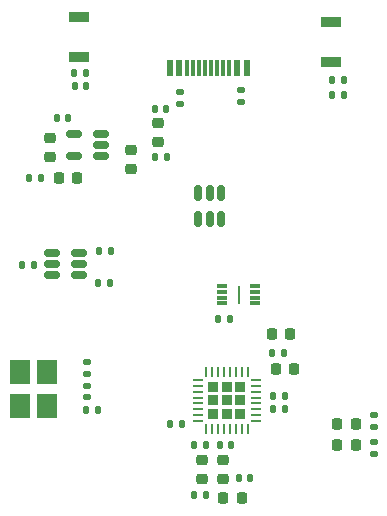
<source format=gbr>
%TF.GenerationSoftware,KiCad,Pcbnew,(6.0.7-1)-1*%
%TF.CreationDate,2023-05-14T20:29:57-05:00*%
%TF.ProjectId,ESP32-C3,45535033-322d-4433-932e-6b696361645f,1.0*%
%TF.SameCoordinates,Original*%
%TF.FileFunction,Paste,Top*%
%TF.FilePolarity,Positive*%
%FSLAX46Y46*%
G04 Gerber Fmt 4.6, Leading zero omitted, Abs format (unit mm)*
G04 Created by KiCad (PCBNEW (6.0.7-1)-1) date 2023-05-14 20:29:57*
%MOMM*%
%LPD*%
G01*
G04 APERTURE LIST*
G04 Aperture macros list*
%AMRoundRect*
0 Rectangle with rounded corners*
0 $1 Rounding radius*
0 $2 $3 $4 $5 $6 $7 $8 $9 X,Y pos of 4 corners*
0 Add a 4 corners polygon primitive as box body*
4,1,4,$2,$3,$4,$5,$6,$7,$8,$9,$2,$3,0*
0 Add four circle primitives for the rounded corners*
1,1,$1+$1,$2,$3*
1,1,$1+$1,$4,$5*
1,1,$1+$1,$6,$7*
1,1,$1+$1,$8,$9*
0 Add four rect primitives between the rounded corners*
20,1,$1+$1,$2,$3,$4,$5,0*
20,1,$1+$1,$4,$5,$6,$7,0*
20,1,$1+$1,$6,$7,$8,$9,0*
20,1,$1+$1,$8,$9,$2,$3,0*%
G04 Aperture macros list end*
%ADD10RoundRect,0.140000X0.140000X0.170000X-0.140000X0.170000X-0.140000X-0.170000X0.140000X-0.170000X0*%
%ADD11RoundRect,0.135000X0.135000X0.185000X-0.135000X0.185000X-0.135000X-0.185000X0.135000X-0.185000X0*%
%ADD12RoundRect,0.135000X-0.135000X-0.185000X0.135000X-0.185000X0.135000X0.185000X-0.135000X0.185000X0*%
%ADD13RoundRect,0.225000X0.225000X0.250000X-0.225000X0.250000X-0.225000X-0.250000X0.225000X-0.250000X0*%
%ADD14RoundRect,0.135000X0.185000X-0.135000X0.185000X0.135000X-0.185000X0.135000X-0.185000X-0.135000X0*%
%ADD15RoundRect,0.140000X-0.140000X-0.170000X0.140000X-0.170000X0.140000X0.170000X-0.140000X0.170000X0*%
%ADD16RoundRect,0.225000X0.250000X-0.225000X0.250000X0.225000X-0.250000X0.225000X-0.250000X-0.225000X0*%
%ADD17R,0.900000X0.300000*%
%ADD18R,0.250000X1.650000*%
%ADD19RoundRect,0.150000X0.512500X0.150000X-0.512500X0.150000X-0.512500X-0.150000X0.512500X-0.150000X0*%
%ADD20RoundRect,0.218750X0.256250X-0.218750X0.256250X0.218750X-0.256250X0.218750X-0.256250X-0.218750X0*%
%ADD21RoundRect,0.218750X0.218750X0.256250X-0.218750X0.256250X-0.218750X-0.256250X0.218750X-0.256250X0*%
%ADD22RoundRect,0.135000X-0.185000X0.135000X-0.185000X-0.135000X0.185000X-0.135000X0.185000X0.135000X0*%
%ADD23R,0.600000X1.450000*%
%ADD24R,0.300000X1.450000*%
%ADD25R,1.700000X0.900000*%
%ADD26RoundRect,0.218750X-0.256250X0.218750X-0.256250X-0.218750X0.256250X-0.218750X0.256250X0.218750X0*%
%ADD27RoundRect,0.232500X0.232500X-0.232500X0.232500X0.232500X-0.232500X0.232500X-0.232500X-0.232500X0*%
%ADD28RoundRect,0.062500X0.062500X-0.375000X0.062500X0.375000X-0.062500X0.375000X-0.062500X-0.375000X0*%
%ADD29RoundRect,0.062500X0.375000X-0.062500X0.375000X0.062500X-0.375000X0.062500X-0.375000X-0.062500X0*%
%ADD30RoundRect,0.218750X-0.218750X-0.256250X0.218750X-0.256250X0.218750X0.256250X-0.218750X0.256250X0*%
%ADD31RoundRect,0.140000X0.170000X-0.140000X0.170000X0.140000X-0.170000X0.140000X-0.170000X-0.140000X0*%
%ADD32RoundRect,0.140000X-0.170000X0.140000X-0.170000X-0.140000X0.170000X-0.140000X0.170000X0.140000X0*%
%ADD33R,1.800000X2.100000*%
%ADD34RoundRect,0.225000X-0.225000X-0.250000X0.225000X-0.250000X0.225000X0.250000X-0.225000X0.250000X0*%
%ADD35RoundRect,0.225000X-0.250000X0.225000X-0.250000X-0.225000X0.250000X-0.225000X0.250000X0.225000X0*%
%ADD36RoundRect,0.150000X0.150000X-0.512500X0.150000X0.512500X-0.150000X0.512500X-0.150000X-0.512500X0*%
G04 APERTURE END LIST*
D10*
%TO.C,C7*%
X138286400Y-70233200D03*
X137326400Y-70233200D03*
%TD*%
D11*
%TO.C,R5*%
X140377600Y-84142800D03*
X139357600Y-84142800D03*
%TD*%
D12*
%TO.C,R3*%
X137296400Y-69064800D03*
X138316400Y-69064800D03*
%TD*%
D13*
%TO.C,C14*%
X155548600Y-91162800D03*
X153998600Y-91162800D03*
%TD*%
D14*
%TO.C,R7*%
X162698400Y-99087600D03*
X162698400Y-98067600D03*
%TD*%
D15*
%TO.C,C9*%
X149587600Y-100592800D03*
X150547600Y-100592800D03*
%TD*%
D16*
%TO.C,C15*%
X135235600Y-76189800D03*
X135235600Y-74639800D03*
%TD*%
D14*
%TO.C,R10*%
X146239200Y-71759200D03*
X146239200Y-70739200D03*
%TD*%
D17*
%TO.C,IC1*%
X152617600Y-88610800D03*
X152617600Y-88110800D03*
X152617600Y-87610800D03*
X152617600Y-87110800D03*
X149817600Y-87110800D03*
X149817600Y-87610800D03*
X149817600Y-88110800D03*
X149817600Y-88610800D03*
D18*
X151217600Y-87860800D03*
%TD*%
D11*
%TO.C,R1*%
X155160873Y-96428091D03*
X154140873Y-96428091D03*
%TD*%
D19*
%TO.C,U4*%
X139542600Y-76162800D03*
X139542600Y-75212800D03*
X139542600Y-74262800D03*
X137267600Y-74262800D03*
X137267600Y-76162800D03*
%TD*%
D20*
%TO.C,L3*%
X144359600Y-74932300D03*
X144359600Y-73357300D03*
%TD*%
D10*
%TO.C,C5*%
X146363600Y-98782800D03*
X145403600Y-98782800D03*
%TD*%
D21*
%TO.C,A*%
X161123600Y-100611600D03*
X159548600Y-100611600D03*
%TD*%
D15*
%TO.C,C19*%
X144133600Y-76176800D03*
X145093600Y-76176800D03*
%TD*%
D22*
%TO.C,R6*%
X162698400Y-100304800D03*
X162698400Y-101324800D03*
%TD*%
D23*
%TO.C,J2*%
X151867600Y-68687800D03*
X151067600Y-68687800D03*
D24*
X149867600Y-68687800D03*
X148867600Y-68687800D03*
X148367600Y-68687800D03*
X147367600Y-68687800D03*
D23*
X146167600Y-68687800D03*
X145367600Y-68687800D03*
X145367600Y-68687800D03*
X146167600Y-68687800D03*
D24*
X146867600Y-68687800D03*
X147867600Y-68687800D03*
X149367600Y-68687800D03*
X150367600Y-68687800D03*
D23*
X151067600Y-68687800D03*
X151867600Y-68687800D03*
%TD*%
D10*
%TO.C,C16*%
X136739600Y-72874800D03*
X135779600Y-72874800D03*
%TD*%
D15*
%TO.C,C17*%
X149467600Y-89892800D03*
X150427600Y-89892800D03*
%TD*%
D19*
%TO.C,U1*%
X137651100Y-86245400D03*
X137651100Y-85295400D03*
X137651100Y-84345400D03*
X135376100Y-84345400D03*
X135376100Y-85295400D03*
X135376100Y-86245400D03*
%TD*%
D25*
%TO.C,SW2*%
X158990000Y-68174000D03*
X158990000Y-64774000D03*
%TD*%
D26*
%TO.C,L1*%
X149867600Y-101892800D03*
X149867600Y-103467800D03*
%TD*%
D27*
%TO.C,U2*%
X149049000Y-96827000D03*
X151349000Y-97977000D03*
X150199000Y-97977000D03*
X150199000Y-95677000D03*
X149049000Y-95677000D03*
X151349000Y-96827000D03*
X150199000Y-96827000D03*
X149049000Y-97977000D03*
X151349000Y-95677000D03*
D28*
X148449000Y-99264500D03*
X148949000Y-99264500D03*
X149449000Y-99264500D03*
X149949000Y-99264500D03*
X150449000Y-99264500D03*
X150949000Y-99264500D03*
X151449000Y-99264500D03*
X151949000Y-99264500D03*
D29*
X152636500Y-98577000D03*
X152636500Y-98077000D03*
X152636500Y-97577000D03*
X152636500Y-97077000D03*
X152636500Y-96577000D03*
X152636500Y-96077000D03*
X152636500Y-95577000D03*
X152636500Y-95077000D03*
D28*
X151949000Y-94389500D03*
X151449000Y-94389500D03*
X150949000Y-94389500D03*
X150449000Y-94389500D03*
X149949000Y-94389500D03*
X149449000Y-94389500D03*
X148949000Y-94389500D03*
X148449000Y-94389500D03*
D29*
X147761500Y-95077000D03*
X147761500Y-95577000D03*
X147761500Y-96077000D03*
X147761500Y-96577000D03*
X147761500Y-97077000D03*
X147761500Y-97577000D03*
X147761500Y-98077000D03*
X147761500Y-98577000D03*
%TD*%
D15*
%TO.C,C21*%
X159119600Y-70944400D03*
X160079600Y-70944400D03*
%TD*%
D12*
%TO.C,R2*%
X138312400Y-97665200D03*
X139332400Y-97665200D03*
%TD*%
D15*
%TO.C,C10*%
X151187600Y-103354800D03*
X152147600Y-103354800D03*
%TD*%
D14*
%TO.C,R11*%
X151420800Y-70536000D03*
X151420800Y-71556000D03*
%TD*%
D26*
%TO.C,L2*%
X148065400Y-101907000D03*
X148065400Y-103482000D03*
%TD*%
D25*
%TO.C,SW1*%
X137654000Y-64367600D03*
X137654000Y-67767600D03*
%TD*%
D30*
%TO.C,D3*%
X135952100Y-77954800D03*
X137527100Y-77954800D03*
%TD*%
D12*
%TO.C,R4*%
X139277600Y-86844800D03*
X140297600Y-86844800D03*
%TD*%
%TO.C,R8*%
X159087600Y-69725200D03*
X160107600Y-69725200D03*
%TD*%
D31*
%TO.C,C6*%
X138367600Y-94563800D03*
X138367600Y-93603800D03*
%TD*%
D32*
%TO.C,C4*%
X138365200Y-95585000D03*
X138365200Y-96545000D03*
%TD*%
D10*
%TO.C,C13*%
X148395600Y-104828000D03*
X147435600Y-104828000D03*
%TD*%
%TO.C,C11*%
X148393000Y-100637000D03*
X147433000Y-100637000D03*
%TD*%
D15*
%TO.C,C2*%
X154137600Y-97563600D03*
X155097600Y-97563600D03*
%TD*%
D10*
%TO.C,C8*%
X133847600Y-85392800D03*
X132887600Y-85392800D03*
%TD*%
D15*
%TO.C,C20*%
X144105600Y-72112800D03*
X145065600Y-72112800D03*
%TD*%
D21*
%TO.C,B*%
X161098300Y-98833600D03*
X159523300Y-98833600D03*
%TD*%
D33*
%TO.C,Crystal1*%
X134975600Y-97292800D03*
X134975600Y-94392800D03*
X132675600Y-94392800D03*
X132675600Y-97292800D03*
%TD*%
D34*
%TO.C,C1*%
X155892600Y-94142800D03*
X154342600Y-94142800D03*
%TD*%
D35*
%TO.C,C18*%
X142073600Y-75655800D03*
X142073600Y-77205800D03*
%TD*%
D34*
%TO.C,C12*%
X149892600Y-105092800D03*
X151442600Y-105092800D03*
%TD*%
D11*
%TO.C,R9*%
X134453600Y-77954800D03*
X133433600Y-77954800D03*
%TD*%
D15*
%TO.C,C3*%
X154039600Y-92788400D03*
X154999600Y-92788400D03*
%TD*%
D36*
%TO.C,U3*%
X147793600Y-81499800D03*
X148743600Y-81499800D03*
X149693600Y-81499800D03*
X149693600Y-79224800D03*
X148743600Y-79224800D03*
X147793600Y-79224800D03*
%TD*%
M02*

</source>
